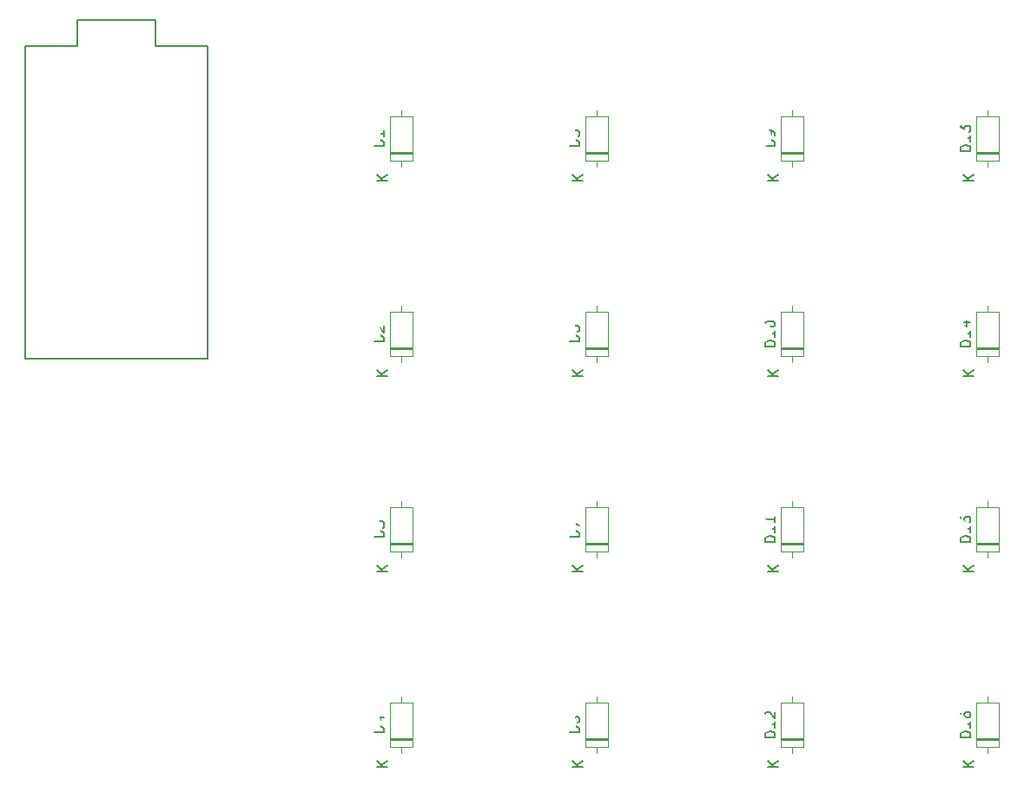
<source format=gto>
G04 #@! TF.GenerationSoftware,KiCad,Pcbnew,(5.1.4)-1*
G04 #@! TF.CreationDate,2021-04-02T02:45:42+02:00*
G04 #@! TF.ProjectId,pcb-test,7063622d-7465-4737-942e-6b696361645f,rev?*
G04 #@! TF.SameCoordinates,Original*
G04 #@! TF.FileFunction,Legend,Top*
G04 #@! TF.FilePolarity,Positive*
%FSLAX46Y46*%
G04 Gerber Fmt 4.6, Leading zero omitted, Abs format (unit mm)*
G04 Created by KiCad (PCBNEW (5.1.4)-1) date 2021-04-02 02:45:42*
%MOMM*%
%LPD*%
G04 APERTURE LIST*
%ADD10C,0.150000*%
%ADD11C,0.120000*%
%ADD12C,1.852000*%
%ADD13C,4.089800*%
%ADD14C,1.702000*%
%ADD15R,1.702000X1.702000*%
%ADD16O,1.702000X1.702000*%
G04 APERTURE END LIST*
D10*
X125571250Y-107315000D02*
X107791250Y-107315000D01*
X125571250Y-76835000D02*
X125571250Y-107315000D01*
X120491250Y-76835000D02*
X125571250Y-76835000D01*
X120491250Y-74295000D02*
X120491250Y-76835000D01*
X112871250Y-74295000D02*
X120491250Y-74295000D01*
X112871250Y-76835000D02*
X112871250Y-74295000D01*
X107791250Y-76835000D02*
X112871250Y-76835000D01*
X107791250Y-76835000D02*
X107791250Y-107315000D01*
D11*
X200492500Y-144553750D02*
X202732500Y-144553750D01*
X200492500Y-144313750D02*
X202732500Y-144313750D01*
X200492500Y-144433750D02*
X202732500Y-144433750D01*
X201612500Y-140263750D02*
X201612500Y-140913750D01*
X201612500Y-145803750D02*
X201612500Y-145153750D01*
X200492500Y-140913750D02*
X200492500Y-145153750D01*
X202732500Y-140913750D02*
X200492500Y-140913750D01*
X202732500Y-145153750D02*
X202732500Y-140913750D01*
X200492500Y-145153750D02*
X202732500Y-145153750D01*
X200492500Y-125503750D02*
X202732500Y-125503750D01*
X200492500Y-125263750D02*
X202732500Y-125263750D01*
X200492500Y-125383750D02*
X202732500Y-125383750D01*
X201612500Y-121213750D02*
X201612500Y-121863750D01*
X201612500Y-126753750D02*
X201612500Y-126103750D01*
X200492500Y-121863750D02*
X200492500Y-126103750D01*
X202732500Y-121863750D02*
X200492500Y-121863750D01*
X202732500Y-126103750D02*
X202732500Y-121863750D01*
X200492500Y-126103750D02*
X202732500Y-126103750D01*
X200492500Y-106453750D02*
X202732500Y-106453750D01*
X200492500Y-106213750D02*
X202732500Y-106213750D01*
X200492500Y-106333750D02*
X202732500Y-106333750D01*
X201612500Y-102163750D02*
X201612500Y-102813750D01*
X201612500Y-107703750D02*
X201612500Y-107053750D01*
X200492500Y-102813750D02*
X200492500Y-107053750D01*
X202732500Y-102813750D02*
X200492500Y-102813750D01*
X202732500Y-107053750D02*
X202732500Y-102813750D01*
X200492500Y-107053750D02*
X202732500Y-107053750D01*
X200492500Y-87403750D02*
X202732500Y-87403750D01*
X200492500Y-87163750D02*
X202732500Y-87163750D01*
X200492500Y-87283750D02*
X202732500Y-87283750D01*
X201612500Y-83113750D02*
X201612500Y-83763750D01*
X201612500Y-88653750D02*
X201612500Y-88003750D01*
X200492500Y-83763750D02*
X200492500Y-88003750D01*
X202732500Y-83763750D02*
X200492500Y-83763750D01*
X202732500Y-88003750D02*
X202732500Y-83763750D01*
X200492500Y-88003750D02*
X202732500Y-88003750D01*
X181442500Y-144553750D02*
X183682500Y-144553750D01*
X181442500Y-144313750D02*
X183682500Y-144313750D01*
X181442500Y-144433750D02*
X183682500Y-144433750D01*
X182562500Y-140263750D02*
X182562500Y-140913750D01*
X182562500Y-145803750D02*
X182562500Y-145153750D01*
X181442500Y-140913750D02*
X181442500Y-145153750D01*
X183682500Y-140913750D02*
X181442500Y-140913750D01*
X183682500Y-145153750D02*
X183682500Y-140913750D01*
X181442500Y-145153750D02*
X183682500Y-145153750D01*
X181442500Y-125503750D02*
X183682500Y-125503750D01*
X181442500Y-125263750D02*
X183682500Y-125263750D01*
X181442500Y-125383750D02*
X183682500Y-125383750D01*
X182562500Y-121213750D02*
X182562500Y-121863750D01*
X182562500Y-126753750D02*
X182562500Y-126103750D01*
X181442500Y-121863750D02*
X181442500Y-126103750D01*
X183682500Y-121863750D02*
X181442500Y-121863750D01*
X183682500Y-126103750D02*
X183682500Y-121863750D01*
X181442500Y-126103750D02*
X183682500Y-126103750D01*
X181442500Y-106453750D02*
X183682500Y-106453750D01*
X181442500Y-106213750D02*
X183682500Y-106213750D01*
X181442500Y-106333750D02*
X183682500Y-106333750D01*
X182562500Y-102163750D02*
X182562500Y-102813750D01*
X182562500Y-107703750D02*
X182562500Y-107053750D01*
X181442500Y-102813750D02*
X181442500Y-107053750D01*
X183682500Y-102813750D02*
X181442500Y-102813750D01*
X183682500Y-107053750D02*
X183682500Y-102813750D01*
X181442500Y-107053750D02*
X183682500Y-107053750D01*
X181442500Y-87403750D02*
X183682500Y-87403750D01*
X181442500Y-87163750D02*
X183682500Y-87163750D01*
X181442500Y-87283750D02*
X183682500Y-87283750D01*
X182562500Y-83113750D02*
X182562500Y-83763750D01*
X182562500Y-88653750D02*
X182562500Y-88003750D01*
X181442500Y-83763750D02*
X181442500Y-88003750D01*
X183682500Y-83763750D02*
X181442500Y-83763750D01*
X183682500Y-88003750D02*
X183682500Y-83763750D01*
X181442500Y-88003750D02*
X183682500Y-88003750D01*
X162392500Y-144553750D02*
X164632500Y-144553750D01*
X162392500Y-144313750D02*
X164632500Y-144313750D01*
X162392500Y-144433750D02*
X164632500Y-144433750D01*
X163512500Y-140263750D02*
X163512500Y-140913750D01*
X163512500Y-145803750D02*
X163512500Y-145153750D01*
X162392500Y-140913750D02*
X162392500Y-145153750D01*
X164632500Y-140913750D02*
X162392500Y-140913750D01*
X164632500Y-145153750D02*
X164632500Y-140913750D01*
X162392500Y-145153750D02*
X164632500Y-145153750D01*
X162392500Y-125503750D02*
X164632500Y-125503750D01*
X162392500Y-125263750D02*
X164632500Y-125263750D01*
X162392500Y-125383750D02*
X164632500Y-125383750D01*
X163512500Y-121213750D02*
X163512500Y-121863750D01*
X163512500Y-126753750D02*
X163512500Y-126103750D01*
X162392500Y-121863750D02*
X162392500Y-126103750D01*
X164632500Y-121863750D02*
X162392500Y-121863750D01*
X164632500Y-126103750D02*
X164632500Y-121863750D01*
X162392500Y-126103750D02*
X164632500Y-126103750D01*
X162392500Y-106453750D02*
X164632500Y-106453750D01*
X162392500Y-106213750D02*
X164632500Y-106213750D01*
X162392500Y-106333750D02*
X164632500Y-106333750D01*
X163512500Y-102163750D02*
X163512500Y-102813750D01*
X163512500Y-107703750D02*
X163512500Y-107053750D01*
X162392500Y-102813750D02*
X162392500Y-107053750D01*
X164632500Y-102813750D02*
X162392500Y-102813750D01*
X164632500Y-107053750D02*
X164632500Y-102813750D01*
X162392500Y-107053750D02*
X164632500Y-107053750D01*
X162392500Y-87403750D02*
X164632500Y-87403750D01*
X162392500Y-87163750D02*
X164632500Y-87163750D01*
X162392500Y-87283750D02*
X164632500Y-87283750D01*
X163512500Y-83113750D02*
X163512500Y-83763750D01*
X163512500Y-88653750D02*
X163512500Y-88003750D01*
X162392500Y-83763750D02*
X162392500Y-88003750D01*
X164632500Y-83763750D02*
X162392500Y-83763750D01*
X164632500Y-88003750D02*
X164632500Y-83763750D01*
X162392500Y-88003750D02*
X164632500Y-88003750D01*
X143342500Y-144553750D02*
X145582500Y-144553750D01*
X143342500Y-144313750D02*
X145582500Y-144313750D01*
X143342500Y-144433750D02*
X145582500Y-144433750D01*
X144462500Y-140263750D02*
X144462500Y-140913750D01*
X144462500Y-145803750D02*
X144462500Y-145153750D01*
X143342500Y-140913750D02*
X143342500Y-145153750D01*
X145582500Y-140913750D02*
X143342500Y-140913750D01*
X145582500Y-145153750D02*
X145582500Y-140913750D01*
X143342500Y-145153750D02*
X145582500Y-145153750D01*
X143342500Y-125503750D02*
X145582500Y-125503750D01*
X143342500Y-125263750D02*
X145582500Y-125263750D01*
X143342500Y-125383750D02*
X145582500Y-125383750D01*
X144462500Y-121213750D02*
X144462500Y-121863750D01*
X144462500Y-126753750D02*
X144462500Y-126103750D01*
X143342500Y-121863750D02*
X143342500Y-126103750D01*
X145582500Y-121863750D02*
X143342500Y-121863750D01*
X145582500Y-126103750D02*
X145582500Y-121863750D01*
X143342500Y-126103750D02*
X145582500Y-126103750D01*
X143342500Y-106453750D02*
X145582500Y-106453750D01*
X143342500Y-106213750D02*
X145582500Y-106213750D01*
X143342500Y-106333750D02*
X145582500Y-106333750D01*
X144462500Y-102163750D02*
X144462500Y-102813750D01*
X144462500Y-107703750D02*
X144462500Y-107053750D01*
X143342500Y-102813750D02*
X143342500Y-107053750D01*
X145582500Y-102813750D02*
X143342500Y-102813750D01*
X145582500Y-107053750D02*
X145582500Y-102813750D01*
X143342500Y-107053750D02*
X145582500Y-107053750D01*
X143342500Y-87403750D02*
X145582500Y-87403750D01*
X143342500Y-87163750D02*
X145582500Y-87163750D01*
X143342500Y-87283750D02*
X145582500Y-87283750D01*
X144462500Y-83113750D02*
X144462500Y-83763750D01*
X144462500Y-88653750D02*
X144462500Y-88003750D01*
X143342500Y-83763750D02*
X143342500Y-88003750D01*
X145582500Y-83763750D02*
X143342500Y-83763750D01*
X145582500Y-88003750D02*
X145582500Y-83763750D01*
X143342500Y-88003750D02*
X145582500Y-88003750D01*
D10*
X199944880Y-144248035D02*
X198944880Y-144248035D01*
X198944880Y-144009940D01*
X198992500Y-143867083D01*
X199087738Y-143771845D01*
X199182976Y-143724226D01*
X199373452Y-143676607D01*
X199516309Y-143676607D01*
X199706785Y-143724226D01*
X199802023Y-143771845D01*
X199897261Y-143867083D01*
X199944880Y-144009940D01*
X199944880Y-144248035D01*
X199944880Y-142724226D02*
X199944880Y-143295654D01*
X199944880Y-143009940D02*
X198944880Y-143009940D01*
X199087738Y-143105178D01*
X199182976Y-143200416D01*
X199230595Y-143295654D01*
X198944880Y-141867083D02*
X198944880Y-142057559D01*
X198992500Y-142152797D01*
X199040119Y-142200416D01*
X199182976Y-142295654D01*
X199373452Y-142343273D01*
X199754404Y-142343273D01*
X199849642Y-142295654D01*
X199897261Y-142248035D01*
X199944880Y-142152797D01*
X199944880Y-141962321D01*
X199897261Y-141867083D01*
X199849642Y-141819464D01*
X199754404Y-141771845D01*
X199516309Y-141771845D01*
X199421071Y-141819464D01*
X199373452Y-141867083D01*
X199325833Y-141962321D01*
X199325833Y-142152797D01*
X199373452Y-142248035D01*
X199421071Y-142295654D01*
X199516309Y-142343273D01*
X200264880Y-147105654D02*
X199264880Y-147105654D01*
X200264880Y-146534226D02*
X199693452Y-146962797D01*
X199264880Y-146534226D02*
X199836309Y-147105654D01*
X199944880Y-125198035D02*
X198944880Y-125198035D01*
X198944880Y-124959940D01*
X198992500Y-124817083D01*
X199087738Y-124721845D01*
X199182976Y-124674226D01*
X199373452Y-124626607D01*
X199516309Y-124626607D01*
X199706785Y-124674226D01*
X199802023Y-124721845D01*
X199897261Y-124817083D01*
X199944880Y-124959940D01*
X199944880Y-125198035D01*
X199944880Y-123674226D02*
X199944880Y-124245654D01*
X199944880Y-123959940D02*
X198944880Y-123959940D01*
X199087738Y-124055178D01*
X199182976Y-124150416D01*
X199230595Y-124245654D01*
X198944880Y-122769464D02*
X198944880Y-123245654D01*
X199421071Y-123293273D01*
X199373452Y-123245654D01*
X199325833Y-123150416D01*
X199325833Y-122912321D01*
X199373452Y-122817083D01*
X199421071Y-122769464D01*
X199516309Y-122721845D01*
X199754404Y-122721845D01*
X199849642Y-122769464D01*
X199897261Y-122817083D01*
X199944880Y-122912321D01*
X199944880Y-123150416D01*
X199897261Y-123245654D01*
X199849642Y-123293273D01*
X200264880Y-128055654D02*
X199264880Y-128055654D01*
X200264880Y-127484226D02*
X199693452Y-127912797D01*
X199264880Y-127484226D02*
X199836309Y-128055654D01*
X199944880Y-106148035D02*
X198944880Y-106148035D01*
X198944880Y-105909940D01*
X198992500Y-105767083D01*
X199087738Y-105671845D01*
X199182976Y-105624226D01*
X199373452Y-105576607D01*
X199516309Y-105576607D01*
X199706785Y-105624226D01*
X199802023Y-105671845D01*
X199897261Y-105767083D01*
X199944880Y-105909940D01*
X199944880Y-106148035D01*
X199944880Y-104624226D02*
X199944880Y-105195654D01*
X199944880Y-104909940D02*
X198944880Y-104909940D01*
X199087738Y-105005178D01*
X199182976Y-105100416D01*
X199230595Y-105195654D01*
X199278214Y-103767083D02*
X199944880Y-103767083D01*
X198897261Y-104005178D02*
X199611547Y-104243273D01*
X199611547Y-103624226D01*
X200264880Y-109005654D02*
X199264880Y-109005654D01*
X200264880Y-108434226D02*
X199693452Y-108862797D01*
X199264880Y-108434226D02*
X199836309Y-109005654D01*
X199944880Y-87098035D02*
X198944880Y-87098035D01*
X198944880Y-86859940D01*
X198992500Y-86717083D01*
X199087738Y-86621845D01*
X199182976Y-86574226D01*
X199373452Y-86526607D01*
X199516309Y-86526607D01*
X199706785Y-86574226D01*
X199802023Y-86621845D01*
X199897261Y-86717083D01*
X199944880Y-86859940D01*
X199944880Y-87098035D01*
X199944880Y-85574226D02*
X199944880Y-86145654D01*
X199944880Y-85859940D02*
X198944880Y-85859940D01*
X199087738Y-85955178D01*
X199182976Y-86050416D01*
X199230595Y-86145654D01*
X198944880Y-85240892D02*
X198944880Y-84621845D01*
X199325833Y-84955178D01*
X199325833Y-84812321D01*
X199373452Y-84717083D01*
X199421071Y-84669464D01*
X199516309Y-84621845D01*
X199754404Y-84621845D01*
X199849642Y-84669464D01*
X199897261Y-84717083D01*
X199944880Y-84812321D01*
X199944880Y-85098035D01*
X199897261Y-85193273D01*
X199849642Y-85240892D01*
X200264880Y-89955654D02*
X199264880Y-89955654D01*
X200264880Y-89384226D02*
X199693452Y-89812797D01*
X199264880Y-89384226D02*
X199836309Y-89955654D01*
X180894880Y-144248035D02*
X179894880Y-144248035D01*
X179894880Y-144009940D01*
X179942500Y-143867083D01*
X180037738Y-143771845D01*
X180132976Y-143724226D01*
X180323452Y-143676607D01*
X180466309Y-143676607D01*
X180656785Y-143724226D01*
X180752023Y-143771845D01*
X180847261Y-143867083D01*
X180894880Y-144009940D01*
X180894880Y-144248035D01*
X180894880Y-142724226D02*
X180894880Y-143295654D01*
X180894880Y-143009940D02*
X179894880Y-143009940D01*
X180037738Y-143105178D01*
X180132976Y-143200416D01*
X180180595Y-143295654D01*
X179990119Y-142343273D02*
X179942500Y-142295654D01*
X179894880Y-142200416D01*
X179894880Y-141962321D01*
X179942500Y-141867083D01*
X179990119Y-141819464D01*
X180085357Y-141771845D01*
X180180595Y-141771845D01*
X180323452Y-141819464D01*
X180894880Y-142390892D01*
X180894880Y-141771845D01*
X181214880Y-147105654D02*
X180214880Y-147105654D01*
X181214880Y-146534226D02*
X180643452Y-146962797D01*
X180214880Y-146534226D02*
X180786309Y-147105654D01*
X180894880Y-125198035D02*
X179894880Y-125198035D01*
X179894880Y-124959940D01*
X179942500Y-124817083D01*
X180037738Y-124721845D01*
X180132976Y-124674226D01*
X180323452Y-124626607D01*
X180466309Y-124626607D01*
X180656785Y-124674226D01*
X180752023Y-124721845D01*
X180847261Y-124817083D01*
X180894880Y-124959940D01*
X180894880Y-125198035D01*
X180894880Y-123674226D02*
X180894880Y-124245654D01*
X180894880Y-123959940D02*
X179894880Y-123959940D01*
X180037738Y-124055178D01*
X180132976Y-124150416D01*
X180180595Y-124245654D01*
X180894880Y-122721845D02*
X180894880Y-123293273D01*
X180894880Y-123007559D02*
X179894880Y-123007559D01*
X180037738Y-123102797D01*
X180132976Y-123198035D01*
X180180595Y-123293273D01*
X181214880Y-128055654D02*
X180214880Y-128055654D01*
X181214880Y-127484226D02*
X180643452Y-127912797D01*
X180214880Y-127484226D02*
X180786309Y-128055654D01*
X180894880Y-106148035D02*
X179894880Y-106148035D01*
X179894880Y-105909940D01*
X179942500Y-105767083D01*
X180037738Y-105671845D01*
X180132976Y-105624226D01*
X180323452Y-105576607D01*
X180466309Y-105576607D01*
X180656785Y-105624226D01*
X180752023Y-105671845D01*
X180847261Y-105767083D01*
X180894880Y-105909940D01*
X180894880Y-106148035D01*
X180894880Y-104624226D02*
X180894880Y-105195654D01*
X180894880Y-104909940D02*
X179894880Y-104909940D01*
X180037738Y-105005178D01*
X180132976Y-105100416D01*
X180180595Y-105195654D01*
X179894880Y-104005178D02*
X179894880Y-103909940D01*
X179942500Y-103814702D01*
X179990119Y-103767083D01*
X180085357Y-103719464D01*
X180275833Y-103671845D01*
X180513928Y-103671845D01*
X180704404Y-103719464D01*
X180799642Y-103767083D01*
X180847261Y-103814702D01*
X180894880Y-103909940D01*
X180894880Y-104005178D01*
X180847261Y-104100416D01*
X180799642Y-104148035D01*
X180704404Y-104195654D01*
X180513928Y-104243273D01*
X180275833Y-104243273D01*
X180085357Y-104195654D01*
X179990119Y-104148035D01*
X179942500Y-104100416D01*
X179894880Y-104005178D01*
X181214880Y-109005654D02*
X180214880Y-109005654D01*
X181214880Y-108434226D02*
X180643452Y-108862797D01*
X180214880Y-108434226D02*
X180786309Y-109005654D01*
X180894880Y-86621845D02*
X179894880Y-86621845D01*
X179894880Y-86383750D01*
X179942500Y-86240892D01*
X180037738Y-86145654D01*
X180132976Y-86098035D01*
X180323452Y-86050416D01*
X180466309Y-86050416D01*
X180656785Y-86098035D01*
X180752023Y-86145654D01*
X180847261Y-86240892D01*
X180894880Y-86383750D01*
X180894880Y-86621845D01*
X180894880Y-85574226D02*
X180894880Y-85383750D01*
X180847261Y-85288511D01*
X180799642Y-85240892D01*
X180656785Y-85145654D01*
X180466309Y-85098035D01*
X180085357Y-85098035D01*
X179990119Y-85145654D01*
X179942500Y-85193273D01*
X179894880Y-85288511D01*
X179894880Y-85478988D01*
X179942500Y-85574226D01*
X179990119Y-85621845D01*
X180085357Y-85669464D01*
X180323452Y-85669464D01*
X180418690Y-85621845D01*
X180466309Y-85574226D01*
X180513928Y-85478988D01*
X180513928Y-85288511D01*
X180466309Y-85193273D01*
X180418690Y-85145654D01*
X180323452Y-85098035D01*
X181214880Y-89955654D02*
X180214880Y-89955654D01*
X181214880Y-89384226D02*
X180643452Y-89812797D01*
X180214880Y-89384226D02*
X180786309Y-89955654D01*
X161844880Y-143771845D02*
X160844880Y-143771845D01*
X160844880Y-143533750D01*
X160892500Y-143390892D01*
X160987738Y-143295654D01*
X161082976Y-143248035D01*
X161273452Y-143200416D01*
X161416309Y-143200416D01*
X161606785Y-143248035D01*
X161702023Y-143295654D01*
X161797261Y-143390892D01*
X161844880Y-143533750D01*
X161844880Y-143771845D01*
X161273452Y-142628988D02*
X161225833Y-142724226D01*
X161178214Y-142771845D01*
X161082976Y-142819464D01*
X161035357Y-142819464D01*
X160940119Y-142771845D01*
X160892500Y-142724226D01*
X160844880Y-142628988D01*
X160844880Y-142438511D01*
X160892500Y-142343273D01*
X160940119Y-142295654D01*
X161035357Y-142248035D01*
X161082976Y-142248035D01*
X161178214Y-142295654D01*
X161225833Y-142343273D01*
X161273452Y-142438511D01*
X161273452Y-142628988D01*
X161321071Y-142724226D01*
X161368690Y-142771845D01*
X161463928Y-142819464D01*
X161654404Y-142819464D01*
X161749642Y-142771845D01*
X161797261Y-142724226D01*
X161844880Y-142628988D01*
X161844880Y-142438511D01*
X161797261Y-142343273D01*
X161749642Y-142295654D01*
X161654404Y-142248035D01*
X161463928Y-142248035D01*
X161368690Y-142295654D01*
X161321071Y-142343273D01*
X161273452Y-142438511D01*
X162164880Y-147105654D02*
X161164880Y-147105654D01*
X162164880Y-146534226D02*
X161593452Y-146962797D01*
X161164880Y-146534226D02*
X161736309Y-147105654D01*
X161844880Y-124721845D02*
X160844880Y-124721845D01*
X160844880Y-124483750D01*
X160892500Y-124340892D01*
X160987738Y-124245654D01*
X161082976Y-124198035D01*
X161273452Y-124150416D01*
X161416309Y-124150416D01*
X161606785Y-124198035D01*
X161702023Y-124245654D01*
X161797261Y-124340892D01*
X161844880Y-124483750D01*
X161844880Y-124721845D01*
X160844880Y-123817083D02*
X160844880Y-123150416D01*
X161844880Y-123578988D01*
X162164880Y-128055654D02*
X161164880Y-128055654D01*
X162164880Y-127484226D02*
X161593452Y-127912797D01*
X161164880Y-127484226D02*
X161736309Y-128055654D01*
X161844880Y-105671845D02*
X160844880Y-105671845D01*
X160844880Y-105433750D01*
X160892500Y-105290892D01*
X160987738Y-105195654D01*
X161082976Y-105148035D01*
X161273452Y-105100416D01*
X161416309Y-105100416D01*
X161606785Y-105148035D01*
X161702023Y-105195654D01*
X161797261Y-105290892D01*
X161844880Y-105433750D01*
X161844880Y-105671845D01*
X160844880Y-104243273D02*
X160844880Y-104433750D01*
X160892500Y-104528988D01*
X160940119Y-104576607D01*
X161082976Y-104671845D01*
X161273452Y-104719464D01*
X161654404Y-104719464D01*
X161749642Y-104671845D01*
X161797261Y-104624226D01*
X161844880Y-104528988D01*
X161844880Y-104338511D01*
X161797261Y-104243273D01*
X161749642Y-104195654D01*
X161654404Y-104148035D01*
X161416309Y-104148035D01*
X161321071Y-104195654D01*
X161273452Y-104243273D01*
X161225833Y-104338511D01*
X161225833Y-104528988D01*
X161273452Y-104624226D01*
X161321071Y-104671845D01*
X161416309Y-104719464D01*
X162164880Y-109005654D02*
X161164880Y-109005654D01*
X162164880Y-108434226D02*
X161593452Y-108862797D01*
X161164880Y-108434226D02*
X161736309Y-109005654D01*
X161844880Y-86621845D02*
X160844880Y-86621845D01*
X160844880Y-86383750D01*
X160892500Y-86240892D01*
X160987738Y-86145654D01*
X161082976Y-86098035D01*
X161273452Y-86050416D01*
X161416309Y-86050416D01*
X161606785Y-86098035D01*
X161702023Y-86145654D01*
X161797261Y-86240892D01*
X161844880Y-86383750D01*
X161844880Y-86621845D01*
X160844880Y-85145654D02*
X160844880Y-85621845D01*
X161321071Y-85669464D01*
X161273452Y-85621845D01*
X161225833Y-85526607D01*
X161225833Y-85288511D01*
X161273452Y-85193273D01*
X161321071Y-85145654D01*
X161416309Y-85098035D01*
X161654404Y-85098035D01*
X161749642Y-85145654D01*
X161797261Y-85193273D01*
X161844880Y-85288511D01*
X161844880Y-85526607D01*
X161797261Y-85621845D01*
X161749642Y-85669464D01*
X162164880Y-89955654D02*
X161164880Y-89955654D01*
X162164880Y-89384226D02*
X161593452Y-89812797D01*
X161164880Y-89384226D02*
X161736309Y-89955654D01*
X142794880Y-143771845D02*
X141794880Y-143771845D01*
X141794880Y-143533750D01*
X141842500Y-143390892D01*
X141937738Y-143295654D01*
X142032976Y-143248035D01*
X142223452Y-143200416D01*
X142366309Y-143200416D01*
X142556785Y-143248035D01*
X142652023Y-143295654D01*
X142747261Y-143390892D01*
X142794880Y-143533750D01*
X142794880Y-143771845D01*
X142128214Y-142343273D02*
X142794880Y-142343273D01*
X141747261Y-142581369D02*
X142461547Y-142819464D01*
X142461547Y-142200416D01*
X143114880Y-147105654D02*
X142114880Y-147105654D01*
X143114880Y-146534226D02*
X142543452Y-146962797D01*
X142114880Y-146534226D02*
X142686309Y-147105654D01*
X142794880Y-124721845D02*
X141794880Y-124721845D01*
X141794880Y-124483750D01*
X141842500Y-124340892D01*
X141937738Y-124245654D01*
X142032976Y-124198035D01*
X142223452Y-124150416D01*
X142366309Y-124150416D01*
X142556785Y-124198035D01*
X142652023Y-124245654D01*
X142747261Y-124340892D01*
X142794880Y-124483750D01*
X142794880Y-124721845D01*
X141794880Y-123817083D02*
X141794880Y-123198035D01*
X142175833Y-123531369D01*
X142175833Y-123388511D01*
X142223452Y-123293273D01*
X142271071Y-123245654D01*
X142366309Y-123198035D01*
X142604404Y-123198035D01*
X142699642Y-123245654D01*
X142747261Y-123293273D01*
X142794880Y-123388511D01*
X142794880Y-123674226D01*
X142747261Y-123769464D01*
X142699642Y-123817083D01*
X143114880Y-128055654D02*
X142114880Y-128055654D01*
X143114880Y-127484226D02*
X142543452Y-127912797D01*
X142114880Y-127484226D02*
X142686309Y-128055654D01*
X142794880Y-105671845D02*
X141794880Y-105671845D01*
X141794880Y-105433750D01*
X141842500Y-105290892D01*
X141937738Y-105195654D01*
X142032976Y-105148035D01*
X142223452Y-105100416D01*
X142366309Y-105100416D01*
X142556785Y-105148035D01*
X142652023Y-105195654D01*
X142747261Y-105290892D01*
X142794880Y-105433750D01*
X142794880Y-105671845D01*
X141890119Y-104719464D02*
X141842500Y-104671845D01*
X141794880Y-104576607D01*
X141794880Y-104338511D01*
X141842500Y-104243273D01*
X141890119Y-104195654D01*
X141985357Y-104148035D01*
X142080595Y-104148035D01*
X142223452Y-104195654D01*
X142794880Y-104767083D01*
X142794880Y-104148035D01*
X143114880Y-109005654D02*
X142114880Y-109005654D01*
X143114880Y-108434226D02*
X142543452Y-108862797D01*
X142114880Y-108434226D02*
X142686309Y-109005654D01*
X142794880Y-86621845D02*
X141794880Y-86621845D01*
X141794880Y-86383750D01*
X141842500Y-86240892D01*
X141937738Y-86145654D01*
X142032976Y-86098035D01*
X142223452Y-86050416D01*
X142366309Y-86050416D01*
X142556785Y-86098035D01*
X142652023Y-86145654D01*
X142747261Y-86240892D01*
X142794880Y-86383750D01*
X142794880Y-86621845D01*
X142794880Y-85098035D02*
X142794880Y-85669464D01*
X142794880Y-85383750D02*
X141794880Y-85383750D01*
X141937738Y-85478988D01*
X142032976Y-85574226D01*
X142080595Y-85669464D01*
X143114880Y-89955654D02*
X142114880Y-89955654D01*
X143114880Y-89384226D02*
X142543452Y-89812797D01*
X142114880Y-89384226D02*
X142686309Y-89955654D01*
%LPC*%
D12*
X198755000Y-85725000D03*
X188595000Y-85725000D03*
D13*
X193675000Y-85725000D03*
D12*
X198755000Y-142875000D03*
X188595000Y-142875000D03*
D13*
X193675000Y-142875000D03*
D12*
X141573250Y-85693250D03*
X131413250Y-85693250D03*
D13*
X136493250Y-85693250D03*
D12*
X198755000Y-104775000D03*
X188595000Y-104775000D03*
D13*
X193675000Y-104775000D03*
D14*
X124301250Y-78105000D03*
X124301250Y-80645000D03*
X124301250Y-83185000D03*
X124301250Y-85725000D03*
X124301250Y-88265000D03*
X124301250Y-90805000D03*
X124301250Y-93345000D03*
X124301250Y-95885000D03*
X124301250Y-98425000D03*
X124301250Y-100965000D03*
X124301250Y-103505000D03*
X124301250Y-106045000D03*
X109061250Y-106045000D03*
X109061250Y-103505000D03*
X109061250Y-100965000D03*
X109061250Y-98425000D03*
X109061250Y-95885000D03*
X109061250Y-93345000D03*
X109061250Y-90805000D03*
X109061250Y-88265000D03*
X109061250Y-85725000D03*
X109061250Y-83185000D03*
X109061250Y-80645000D03*
D15*
X109061250Y-78105000D03*
D12*
X198755000Y-123825000D03*
X188595000Y-123825000D03*
D13*
X193675000Y-123825000D03*
D12*
X179705000Y-142875000D03*
X169545000Y-142875000D03*
D13*
X174625000Y-142875000D03*
D12*
X179705000Y-123825000D03*
X169545000Y-123825000D03*
D13*
X174625000Y-123825000D03*
D12*
X179705000Y-104775000D03*
X169545000Y-104775000D03*
D13*
X174625000Y-104775000D03*
D12*
X179705000Y-85725000D03*
X169545000Y-85725000D03*
D13*
X174625000Y-85725000D03*
D12*
X160623250Y-142843250D03*
X150463250Y-142843250D03*
D13*
X155543250Y-142843250D03*
D12*
X160623250Y-123793250D03*
X150463250Y-123793250D03*
D13*
X155543250Y-123793250D03*
D12*
X160623250Y-104743250D03*
X150463250Y-104743250D03*
D13*
X155543250Y-104743250D03*
D12*
X160623250Y-85693250D03*
X150463250Y-85693250D03*
D13*
X155543250Y-85693250D03*
D12*
X141573250Y-142843250D03*
X131413250Y-142843250D03*
D13*
X136493250Y-142843250D03*
D12*
X141573250Y-123793250D03*
X131413250Y-123793250D03*
D13*
X136493250Y-123793250D03*
D12*
X141573250Y-104743250D03*
X131413250Y-104743250D03*
D13*
X136493250Y-104743250D03*
D16*
X201612500Y-139223750D03*
D15*
X201612500Y-146843750D03*
D16*
X201612500Y-120173750D03*
D15*
X201612500Y-127793750D03*
D16*
X201612500Y-101123750D03*
D15*
X201612500Y-108743750D03*
D16*
X201612500Y-82073750D03*
D15*
X201612500Y-89693750D03*
D16*
X182562500Y-139223750D03*
D15*
X182562500Y-146843750D03*
D16*
X182562500Y-120173750D03*
D15*
X182562500Y-127793750D03*
D16*
X182562500Y-101123750D03*
D15*
X182562500Y-108743750D03*
D16*
X182562500Y-82073750D03*
D15*
X182562500Y-89693750D03*
D16*
X163512500Y-139223750D03*
D15*
X163512500Y-146843750D03*
D16*
X163512500Y-120173750D03*
D15*
X163512500Y-127793750D03*
D16*
X163512500Y-101123750D03*
D15*
X163512500Y-108743750D03*
D16*
X163512500Y-82073750D03*
D15*
X163512500Y-89693750D03*
D16*
X144462500Y-139223750D03*
D15*
X144462500Y-146843750D03*
D16*
X144462500Y-120173750D03*
D15*
X144462500Y-127793750D03*
D16*
X144462500Y-101123750D03*
D15*
X144462500Y-108743750D03*
D16*
X144462500Y-82073750D03*
D15*
X144462500Y-89693750D03*
M02*

</source>
